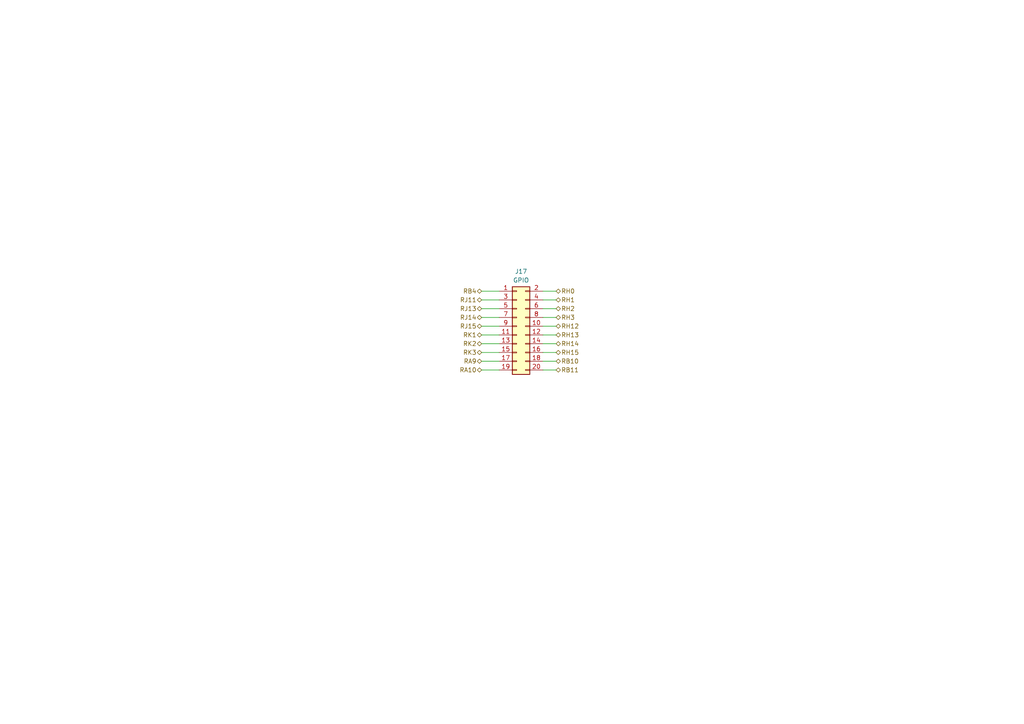
<source format=kicad_sch>
(kicad_sch (version 20230121) (generator eeschema)
  (paper "A4")
  (lib_symbols
    (symbol "Connector_Generic:Conn_02x10_Odd_Even" (pin_names (offset 1.016) hide)
      (property "Reference" "J" (at 1.27 12.7 0))
      (property "Value" "Conn_02x10_Odd_Even" (at 1.27 -15.24 0))
      (symbol "Conn_02x10_Odd_Even_1_1"
        (rectangle (start -1.27 -12.573) (end 0 -12.827) (stroke (width 0.1524)))
        (rectangle (start -1.27 -10.033) (end 0 -10.287) (stroke (width 0.1524)))
        (rectangle (start -1.27 -7.493) (end 0 -7.747) (stroke (width 0.1524)))
        (rectangle (start -1.27 -4.953) (end 0 -5.207) (stroke (width 0.1524)))
        (rectangle (start -1.27 -2.413) (end 0 -2.667) (stroke (width 0.1524)))
        (rectangle (start -1.27 0.127) (end 0 -0.127) (stroke (width 0.1524)))
        (rectangle (start -1.27 2.667) (end 0 2.413) (stroke (width 0.1524)))
        (rectangle (start -1.27 5.207) (end 0 4.953) (stroke (width 0.1524)))
        (rectangle (start -1.27 7.747) (end 0 7.493) (stroke (width 0.1524)))
        (rectangle (start -1.27 10.287) (end 0 10.033) (stroke (width 0.1524)))
        (rectangle (start -1.27 11.43) (end 3.81 -13.97) (stroke (width 0.254)) (fill (type background)))
        (rectangle (start 3.81 -12.573) (end 2.54 -12.827) (stroke (width 0.1524)))
        (rectangle (start 3.81 -10.033) (end 2.54 -10.287) (stroke (width 0.1524)))
        (rectangle (start 3.81 -7.493) (end 2.54 -7.747) (stroke (width 0.1524)))
        (rectangle (start 3.81 -4.953) (end 2.54 -5.207) (stroke (width 0.1524)))
        (rectangle (start 3.81 -2.413) (end 2.54 -2.667) (stroke (width 0.1524)))
        (rectangle (start 3.81 0.127) (end 2.54 -0.127) (stroke (width 0.1524)))
        (rectangle (start 3.81 2.667) (end 2.54 2.413) (stroke (width 0.1524)))
        (rectangle (start 3.81 5.207) (end 2.54 4.953) (stroke (width 0.1524)))
        (rectangle (start 3.81 7.747) (end 2.54 7.493) (stroke (width 0.1524)))
        (rectangle (start 3.81 10.287) (end 2.54 10.033) (stroke (width 0.1524)))
        (pin passive line (at -5.08 10.16 0) (length 3.81) (name "Pin_1") (number "1"))
        (pin passive line (at 7.62 0 180) (length 3.81) (name "Pin_10") (number "10"))
        (pin passive line (at -5.08 -2.54 0) (length 3.81) (name "Pin_11") (number "11"))
        (pin passive line (at 7.62 -2.54 180) (length 3.81) (name "Pin_12") (number "12"))
        (pin passive line (at -5.08 -5.08 0) (length 3.81) (name "Pin_13") (number "13"))
        (pin passive line (at 7.62 -5.08 180) (length 3.81) (name "Pin_14") (number "14"))
        (pin passive line (at -5.08 -7.62 0) (length 3.81) (name "Pin_15") (number "15"))
        (pin passive line (at 7.62 -7.62 180) (length 3.81) (name "Pin_16") (number "16"))
        (pin passive line (at -5.08 -10.16 0) (length 3.81) (name "Pin_17") (number "17"))
        (pin passive line (at 7.62 -10.16 180) (length 3.81) (name "Pin_18") (number "18"))
        (pin passive line (at -5.08 -12.7 0) (length 3.81) (name "Pin_19") (number "19"))
        (pin passive line (at 7.62 10.16 180) (length 3.81) (name "Pin_2") (number "2"))
        (pin passive line (at 7.62 -12.7 180) (length 3.81) (name "Pin_20") (number "20"))
        (pin passive line (at -5.08 7.62 0) (length 3.81) (name "Pin_3") (number "3"))
        (pin passive line (at 7.62 7.62 180) (length 3.81) (name "Pin_4") (number "4"))
        (pin passive line (at -5.08 5.08 0) (length 3.81) (name "Pin_5") (number "5"))
        (pin passive line (at 7.62 5.08 180) (length 3.81) (name "Pin_6") (number "6"))
        (pin passive line (at -5.08 2.54 0) (length 3.81) (name "Pin_7") (number "7"))
        (pin passive line (at 7.62 2.54 180) (length 3.81) (name "Pin_8") (number "8"))
        (pin passive line (at -5.08 0 0) (length 3.81) (name "Pin_9") (number "9"))
      )
    )
  )
  (wire (pts (xy 161.29 104.775) (xy 157.48 104.775)))
  (wire (pts (xy 139.7 89.535) (xy 144.78 89.535)))
  (wire (pts (xy 139.7 86.995) (xy 144.78 86.995)))
  (wire (pts (xy 161.29 107.315) (xy 157.48 107.315)))
  (wire (pts (xy 161.29 89.535) (xy 157.48 89.535)))
  (wire (pts (xy 139.7 107.315) (xy 144.78 107.315)))
  (wire (pts (xy 161.29 99.695) (xy 157.48 99.695)))
  (wire (pts (xy 139.7 94.615) (xy 144.78 94.615)))
  (wire (pts (xy 139.7 92.075) (xy 144.78 92.075)))
  (wire (pts (xy 161.29 92.075) (xy 157.48 92.075)))
  (wire (pts (xy 139.7 99.695) (xy 144.78 99.695)))
  (wire (pts (xy 139.7 104.775) (xy 144.78 104.775)))
  (wire (pts (xy 139.7 84.455) (xy 144.78 84.455)))
  (wire (pts (xy 161.29 94.615) (xy 157.48 94.615)))
  (wire (pts (xy 161.29 102.235) (xy 157.48 102.235)))
  (wire (pts (xy 139.7 102.235) (xy 144.78 102.235)))
  (wire (pts (xy 139.7 97.155) (xy 144.78 97.155)))
  (wire (pts (xy 161.29 84.455) (xy 157.48 84.455)))
  (wire (pts (xy 161.29 97.155) (xy 157.48 97.155)))
  (wire (pts (xy 161.29 86.995) (xy 157.48 86.995)))
  (hierarchical_label "RB10" (shape bidirectional) (at 161.29 104.775 0))
  (hierarchical_label "RJ14" (shape bidirectional) (at 139.7 92.075 180))
  (hierarchical_label "RH12" (shape bidirectional) (at 161.29 94.615 0))
  (hierarchical_label "RB11" (shape bidirectional) (at 161.29 107.315 0))
  (hierarchical_label "RH14" (shape bidirectional) (at 161.29 99.695 0))
  (hierarchical_label "RH1" (shape bidirectional) (at 161.29 86.995 0))
  (hierarchical_label "RK2" (shape bidirectional) (at 139.7 99.695 180))
  (hierarchical_label "RK3" (shape bidirectional) (at 139.7 102.235 180))
  (hierarchical_label "RJ15" (shape bidirectional) (at 139.7 94.615 180))
  (hierarchical_label "RH13" (shape bidirectional) (at 161.29 97.155 0))
  (hierarchical_label "RH2" (shape bidirectional) (at 161.29 89.535 0))
  (hierarchical_label "RA9" (shape bidirectional) (at 139.7 104.775 180))
  (hierarchical_label "RH15" (shape bidirectional) (at 161.29 102.235 0))
  (hierarchical_label "RK1" (shape bidirectional) (at 139.7 97.155 180))
  (hierarchical_label "RB4" (shape bidirectional) (at 139.7 84.455 180))
  (hierarchical_label "RA10" (shape bidirectional) (at 139.7 107.315 180))
  (hierarchical_label "RH3" (shape bidirectional) (at 161.29 92.075 0))
  (hierarchical_label "RJ11" (shape bidirectional) (at 139.7 86.995 180))
  (hierarchical_label "RH0" (shape bidirectional) (at 161.29 84.455 0))
  (hierarchical_label "RJ13" (shape bidirectional) (at 139.7 89.535 180))
  (symbol (lib_id "Connector_Generic:Conn_02x10_Odd_Even") (at 149.86 94.615 0) (unit 1)
    (property "Reference" "J17" (at 151.13 78.74 0))
    (property "Value" "GPIO" (at 151.13 81.28 0))
    (property "Footprint" "Connector_PinHeader_2.54mm:PinHeader_2x10_P2.54mm_Vertical" (effects hide))
  )
)
</source>
